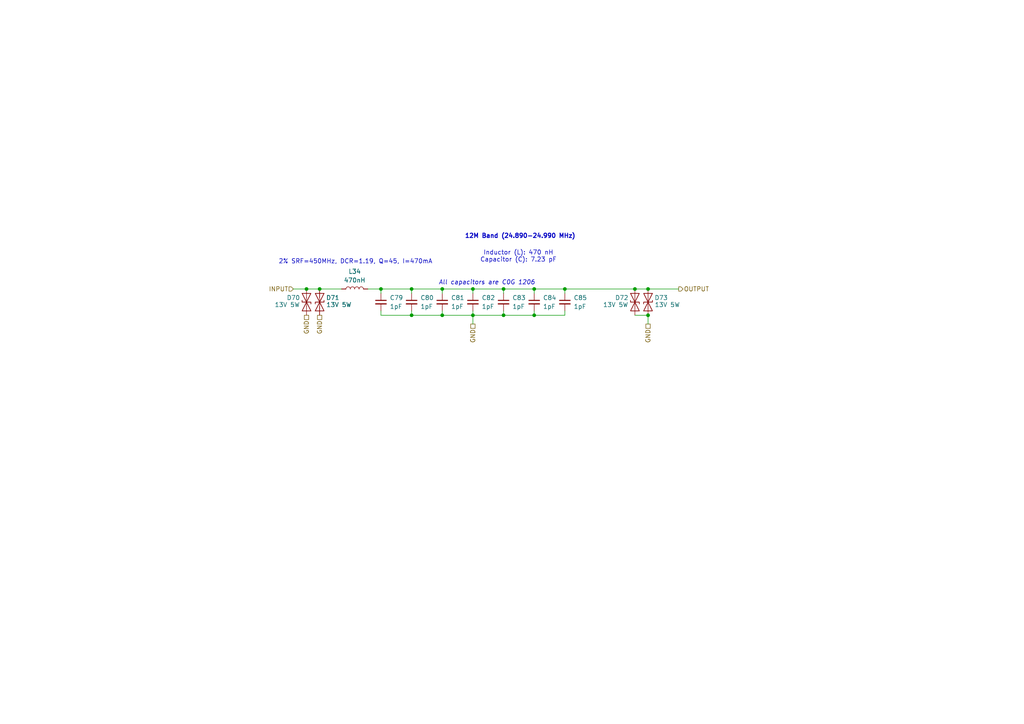
<source format=kicad_sch>
(kicad_sch (version 20231120) (generator "eeschema") (generator_version "8.0")
  (paper "A4")
  (lib_symbols
    (symbol "Device:C_Small" (pin_numbers hide) (pin_names (offset 0.254) hide)
      (property "Reference" "C" (at 0.254 1.778 0))
      (property "Value" "C_Small" (at 0.254 -2.032 0))
      (symbol "C_Small_0_1"
        (polyline (pts (xy -1.524 -0.508) (xy 1.524 -0.508)) (stroke (width 0.3302)))
        (polyline (pts (xy -1.524 0.508) (xy 1.524 0.508)) (stroke (width 0.3048)))
      )
      (symbol "C_Small_1_1"
        (pin passive line (at 0 2.54 270) (length 2.032) (name "~") (number "1"))
        (pin passive line (at 0 -2.54 90) (length 2.032) (name "~") (number "2"))
      )
    )
    (symbol "Device:L" (pin_numbers hide) (pin_names (offset 1.016) hide)
      (property "Reference" "L" (at -1.27 0 90))
      (property "Value" "L" (at 1.905 0 90))
      (symbol "L_0_1"
        (arc (start 0 -2.54) (mid 0.6323 -1.905) (end 0 -1.27))
        (arc (start 0 -1.27) (mid 0.6323 -0.635) (end 0 0))
        (arc (start 0 0) (mid 0.6323 0.635) (end 0 1.27))
        (arc (start 0 1.27) (mid 0.6323 1.905) (end 0 2.54))
      )
      (symbol "L_1_1"
        (pin passive line (at 0 3.81 270) (length 1.27) (name "1") (number "1"))
        (pin passive line (at 0 -3.81 90) (length 1.27) (name "2") (number "2"))
      )
    )
    (symbol "Diode:SD15_SOD323" (pin_numbers hide) (pin_names (offset 1.016) hide)
      (property "Reference" "D" (at 0 2.54 0))
      (property "Value" "SD15_SOD323" (at 0 -2.54 0))
      (symbol "SD15_SOD323_0_1"
        (polyline (pts (xy 1.27 0) (xy -1.27 0)))
        (polyline (pts (xy -2.54 -1.27) (xy 0 0) (xy -2.54 1.27) (xy -2.54 -1.27)) (stroke (width 0.2032)))
        (polyline (pts (xy 0.508 1.27) (xy 0 1.27) (xy 0 -1.27) (xy -0.508 -1.27)) (stroke (width 0.2032)))
        (polyline (pts (xy 2.54 1.27) (xy 2.54 -1.27) (xy 0 0) (xy 2.54 1.27)) (stroke (width 0.2032)))
      )
      (symbol "SD15_SOD323_1_1"
        (pin passive line (at -3.81 0 0) (length 2.54) (name "A1") (number "1"))
        (pin passive line (at 3.81 0 180) (length 2.54) (name "A2") (number "2"))
      )
    )
  )
  (junction (at 88.9 83.82))
  (junction (at 128.27 91.44))
  (junction (at 137.16 83.82))
  (junction (at 146.05 91.44))
  (junction (at 154.94 83.82))
  (junction (at 187.96 91.44))
  (junction (at 146.05 83.82))
  (junction (at 187.96 83.82))
  (junction (at 119.38 83.82))
  (junction (at 110.49 83.82))
  (junction (at 163.83 83.82))
  (junction (at 92.71 83.82))
  (junction (at 184.15 83.82))
  (junction (at 154.94 91.44))
  (junction (at 119.38 91.44))
  (junction (at 128.27 83.82))
  (junction (at 137.16 91.44))
  (wire (pts (xy 137.16 83.82) (xy 146.05 83.82)))
  (wire (pts (xy 119.38 90.17) (xy 119.38 91.44)))
  (wire (pts (xy 110.49 83.82) (xy 110.49 85.09)))
  (wire (pts (xy 187.96 91.44) (xy 187.96 93.98)))
  (wire (pts (xy 128.27 83.82) (xy 128.27 85.09)))
  (wire (pts (xy 163.83 90.17) (xy 163.83 91.44)))
  (wire (pts (xy 137.16 91.44) (xy 137.16 93.98)))
  (wire (pts (xy 137.16 83.82) (xy 137.16 85.09)))
  (wire (pts (xy 163.83 83.82) (xy 163.83 85.09)))
  (wire (pts (xy 163.83 83.82) (xy 184.15 83.82)))
  (wire (pts (xy 106.68 83.82) (xy 110.49 83.82)))
  (wire (pts (xy 88.9 83.82) (xy 92.71 83.82)))
  (wire (pts (xy 146.05 83.82) (xy 154.94 83.82)))
  (wire (pts (xy 146.05 91.44) (xy 154.94 91.44)))
  (wire (pts (xy 119.38 91.44) (xy 128.27 91.44)))
  (wire (pts (xy 184.15 91.44) (xy 187.96 91.44)))
  (wire (pts (xy 184.15 83.82) (xy 187.96 83.82)))
  (wire (pts (xy 85.09 83.82) (xy 88.9 83.82)))
  (wire (pts (xy 128.27 83.82) (xy 137.16 83.82)))
  (wire (pts (xy 137.16 90.17) (xy 137.16 91.44)))
  (wire (pts (xy 110.49 83.82) (xy 119.38 83.82)))
  (wire (pts (xy 154.94 83.82) (xy 163.83 83.82)))
  (wire (pts (xy 146.05 90.17) (xy 146.05 91.44)))
  (wire (pts (xy 110.49 91.44) (xy 119.38 91.44)))
  (wire (pts (xy 119.38 83.82) (xy 128.27 83.82)))
  (wire (pts (xy 154.94 91.44) (xy 163.83 91.44)))
  (wire (pts (xy 154.94 83.82) (xy 154.94 85.09)))
  (wire (pts (xy 128.27 90.17) (xy 128.27 91.44)))
  (wire (pts (xy 146.05 83.82) (xy 146.05 85.09)))
  (wire (pts (xy 110.49 90.17) (xy 110.49 91.44)))
  (wire (pts (xy 187.96 83.82) (xy 196.85 83.82)))
  (wire (pts (xy 92.71 83.82) (xy 99.06 83.82)))
  (wire (pts (xy 128.27 91.44) (xy 137.16 91.44)))
  (wire (pts (xy 154.94 90.17) (xy 154.94 91.44)))
  (wire (pts (xy 137.16 91.44) (xy 146.05 91.44)))
  (wire (pts (xy 119.38 83.82) (xy 119.38 85.09)))
  (text "12M Band (24.890-24.990 MHz)" (at 150.876 68.58 0) (effects (font (size 1.27 1.27) (thickness 0.254) (bold yes))))
  (text "2% SRF=450MHz, DCR=1.19, Q=45, I=470mA" (at 103.124 75.946 0) (effects (font (size 1.27 1.27))))
  (text "All capacitors are C0G 1206" (at 141.224 82.042 0) (effects (font (size 1.27 1.27) (italic yes))))
  (text "Inductor (L): 470 nH\nCapacitor (C): 7.23 pF" (at 150.368 74.422 0) (effects (font (size 1.27 1.27))))
  (hierarchical_label "GND" (shape passive) (at 187.96 93.98 270))
  (hierarchical_label "INPUT" (shape input) (at 85.09 83.82 180))
  (hierarchical_label "GND" (shape passive) (at 137.16 93.98 270))
  (hierarchical_label "OUTPUT" (shape output) (at 196.85 83.82 0))
  (hierarchical_label "GND" (shape passive) (at 88.9 91.44 270))
  (hierarchical_label "GND" (shape passive) (at 92.71 91.44 270))
  (symbol (lib_id "Device:L") (at 102.87 83.82 90) (unit 1)
    (property "Reference" "L34" (at 102.87 78.74 90))
    (property "Value" "470nH" (at 102.87 81.28 90))
    (property "Footprint" "Inductor_SMD:L_1008_2520Metric" (effects (hide yes)))
    (property "Datasheet" "https://wmsc.lcsc.com/wmsc/upload/file/pdf/v2/lcsc/1912111437_PSA-Prosperity-Dielectrics-FEC1008CP-R47G-LRH_C346450.pdf" (effects (hide yes)))
    (property "Description" "470mA 470nH ±2% 1.19Ω 1008 Inductors (SMD) ROHS" (effects (hide yes)))
    (property "LCSC Part #" "C346450" (effects (hide yes)))
    (property "MPN" "FEC1008CP-R47G-LRH" (effects (hide yes)))
    (property "Manufacturer" "Prosperity" (effects (hide yes)))
  )
  (symbol (lib_id "Device:C_Small") (at 119.38 87.63 0) (unit 1)
    (property "Reference" "C80" (at 121.92 86.3662 0) (effects (justify left)))
    (property "Value" "1pF" (at 121.92 88.9062 0) (effects (justify left)))
    (property "Footprint" "Capacitor_SMD:C_1206_3216Metric" (effects (hide yes)))
    (property "Datasheet" "https://wmsc.lcsc.com/wmsc/upload/file/pdf/v2/lcsc/2304140030_FH--Guangdong-Fenghua-Advanced-Tech-1206CG1R0C500NT_C1891.pdf" (effects (hide yes)))
    (property "Description" "Unpolarized capacitor, small symbol" (effects (hide yes)))
    (property "LCSC Part #" "C1891" (effects (hide yes)))
    (property "MPN" "1206CG1R0C500NT" (effects (hide yes)))
    (property "Manufacturer" "Fenghua" (effects (hide yes)))
  )
  (symbol (lib_id "Device:C_Small") (at 146.05 87.63 0) (unit 1)
    (property "Reference" "C83" (at 148.59 86.3662 0) (effects (justify left)))
    (property "Value" "1pF" (at 148.59 88.9062 0) (effects (justify left)))
    (property "Footprint" "Capacitor_SMD:C_1206_3216Metric" (effects (hide yes)))
    (property "Datasheet" "https://wmsc.lcsc.com/wmsc/upload/file/pdf/v2/lcsc/2304140030_FH--Guangdong-Fenghua-Advanced-Tech-1206CG1R0C500NT_C1891.pdf" (effects (hide yes)))
    (property "Description" "Unpolarized capacitor, small symbol" (effects (hide yes)))
    (property "LCSC Part #" "C1891" (effects (hide yes)))
    (property "MPN" "1206CG1R0C500NT" (effects (hide yes)))
    (property "Manufacturer" "Fenghua" (effects (hide yes)))
  )
  (symbol (lib_id "Diode:SD15_SOD323") (at 187.96 87.63 270) (mirror x) (unit 1)
    (property "Reference" "D73" (at 191.77 86.36 90))
    (property "Value" "13V 5W" (at 193.548 88.392 90))
    (property "Footprint" "Diode_SMD:D_0603_1608Metric" (effects (hide yes)))
    (property "Datasheet" "https://wmsc.lcsc.com/wmsc/upload/file/pdf/v2/lcsc/1912111437_DOWO-SMB5350B_C284082.pdf" (effects (hide yes)))
    (property "Description" "Independent Type 5W 13V SMB(DO-214AA) Zener Diodes ROHS" (effects (hide yes)))
    (property "LCSC Part #" "C284082" (effects (hide yes)))
    (property "MPN" "SMB5350B" (effects (hide yes)))
    (property "Manufacturer" "DOWO" (effects (hide yes)))
  )
  (symbol (lib_id "Device:C_Small") (at 163.83 87.63 0) (unit 1)
    (property "Reference" "C85" (at 166.37 86.3662 0) (effects (justify left)))
    (property "Value" "1pF" (at 166.37 88.9062 0) (effects (justify left)))
    (property "Footprint" "Capacitor_SMD:C_1206_3216Metric" (effects (hide yes)))
    (property "Datasheet" "https://wmsc.lcsc.com/wmsc/upload/file/pdf/v2/lcsc/2304140030_FH--Guangdong-Fenghua-Advanced-Tech-1206CG1R0C500NT_C1891.pdf" (effects (hide yes)))
    (property "Description" "Unpolarized capacitor, small symbol" (effects (hide yes)))
    (property "LCSC Part #" "C1891" (effects (hide yes)))
    (property "MPN" "1206CG1R0C500NT" (effects (hide yes)))
    (property "Manufacturer" "Fenghua" (effects (hide yes)))
  )
  (symbol (lib_id "Diode:SD15_SOD323") (at 92.71 87.63 270) (mirror x) (unit 1)
    (property "Reference" "D71" (at 96.52 86.36 90))
    (property "Value" "13V 5W" (at 98.298 88.392 90))
    (property "Footprint" "Diode_SMD:D_0603_1608Metric" (effects (hide yes)))
    (property "Datasheet" "https://wmsc.lcsc.com/wmsc/upload/file/pdf/v2/lcsc/1912111437_DOWO-SMB5350B_C284082.pdf" (effects (hide yes)))
    (property "Description" "Independent Type 5W 13V SMB(DO-214AA) Zener Diodes ROHS" (effects (hide yes)))
    (property "LCSC Part #" "C284082" (effects (hide yes)))
    (property "MPN" "SMB5350B" (effects (hide yes)))
    (property "Manufacturer" "DOWO" (effects (hide yes)))
  )
  (symbol (lib_id "Device:C_Small") (at 154.94 87.63 0) (unit 1)
    (property "Reference" "C84" (at 157.48 86.3662 0) (effects (justify left)))
    (property "Value" "1pF" (at 157.48 88.9062 0) (effects (justify left)))
    (property "Footprint" "Capacitor_SMD:C_1206_3216Metric" (effects (hide yes)))
    (property "Datasheet" "https://wmsc.lcsc.com/wmsc/upload/file/pdf/v2/lcsc/2304140030_FH--Guangdong-Fenghua-Advanced-Tech-1206CG1R0C500NT_C1891.pdf" (effects (hide yes)))
    (property "Description" "Unpolarized capacitor, small symbol" (effects (hide yes)))
    (property "LCSC Part #" "C1891" (effects (hide yes)))
    (property "MPN" "1206CG1R0C500NT" (effects (hide yes)))
    (property "Manufacturer" "Fenghua" (effects (hide yes)))
  )
  (symbol (lib_id "Device:C_Small") (at 137.16 87.63 0) (unit 1)
    (property "Reference" "C82" (at 139.7 86.3662 0) (effects (justify left)))
    (property "Value" "1pF" (at 139.7 88.9062 0) (effects (justify left)))
    (property "Footprint" "Capacitor_SMD:C_1206_3216Metric" (effects (hide yes)))
    (property "Datasheet" "https://wmsc.lcsc.com/wmsc/upload/file/pdf/v2/lcsc/2304140030_FH--Guangdong-Fenghua-Advanced-Tech-1206CG1R0C500NT_C1891.pdf" (effects (hide yes)))
    (property "Description" "Unpolarized capacitor, small symbol" (effects (hide yes)))
    (property "LCSC Part #" "C1891" (effects (hide yes)))
    (property "MPN" "1206CG1R0C500NT" (effects (hide yes)))
    (property "Manufacturer" "Fenghua" (effects (hide yes)))
  )
  (symbol (lib_id "Diode:SD15_SOD323") (at 184.15 87.63 90) (unit 1)
    (property "Reference" "D72" (at 180.34 86.36 90))
    (property "Value" "13V 5W" (at 178.562 88.392 90))
    (property "Footprint" "Diode_SMD:D_0603_1608Metric" (effects (hide yes)))
    (property "Datasheet" "https://wmsc.lcsc.com/wmsc/upload/file/pdf/v2/lcsc/1912111437_DOWO-SMB5350B_C284082.pdf" (effects (hide yes)))
    (property "Description" "Independent Type 5W 13V SMB(DO-214AA) Zener Diodes ROHS" (effects (hide yes)))
    (property "LCSC Part #" "C284082" (effects (hide yes)))
    (property "MPN" "SMB5350B" (effects (hide yes)))
    (property "Manufacturer" "DOWO" (effects (hide yes)))
  )
  (symbol (lib_id "Device:C_Small") (at 110.49 87.63 0) (unit 1)
    (property "Reference" "C79" (at 113.03 86.3662 0) (effects (justify left)))
    (property "Value" "1pF" (at 113.03 88.9062 0) (effects (justify left)))
    (property "Footprint" "Capacitor_SMD:C_1206_3216Metric" (effects (hide yes)))
    (property "Datasheet" "https://wmsc.lcsc.com/wmsc/upload/file/pdf/v2/lcsc/2304140030_FH--Guangdong-Fenghua-Advanced-Tech-1206CG1R0C500NT_C1891.pdf" (effects (hide yes)))
    (property "Description" "Unpolarized capacitor, small symbol" (effects (hide yes)))
    (property "LCSC Part #" "C1891" (effects (hide yes)))
    (property "MPN" "1206CG1R0C500NT" (effects (hide yes)))
    (property "Manufacturer" "Fenghua" (effects (hide yes)))
  )
  (symbol (lib_id "Diode:SD15_SOD323") (at 88.9 87.63 90) (unit 1)
    (property "Reference" "D70" (at 85.09 86.36 90))
    (property "Value" "13V 5W" (at 83.312 88.392 90))
    (property "Footprint" "Diode_SMD:D_0603_1608Metric" (effects (hide yes)))
    (property "Datasheet" "https://wmsc.lcsc.com/wmsc/upload/file/pdf/v2/lcsc/1912111437_DOWO-SMB5350B_C284082.pdf" (effects (hide yes)))
    (property "Description" "Independent Type 5W 13V SMB(DO-214AA) Zener Diodes ROHS" (effects (hide yes)))
    (property "LCSC Part #" "C284082" (effects (hide yes)))
    (property "MPN" "SMB5350B" (effects (hide yes)))
    (property "Manufacturer" "DOWO" (effects (hide yes)))
  )
  (symbol (lib_id "Device:C_Small") (at 128.27 87.63 0) (unit 1)
    (property "Reference" "C81" (at 130.81 86.3662 0) (effects (justify left)))
    (property "Value" "1pF" (at 130.81 88.9062 0) (effects (justify left)))
    (property "Footprint" "Capacitor_SMD:C_1206_3216Metric" (effects (hide yes)))
    (property "Datasheet" "https://wmsc.lcsc.com/wmsc/upload/file/pdf/v2/lcsc/2304140030_FH--Guangdong-Fenghua-Advanced-Tech-1206CG1R0C500NT_C1891.pdf" (effects (hide yes)))
    (property "Description" "Unpolarized capacitor, small symbol" (effects (hide yes)))
    (property "LCSC Part #" "C1891" (effects (hide yes)))
    (property "MPN" "1206CG1R0C500NT" (effects (hide yes)))
    (property "Manufacturer" "Fenghua" (effects (hide yes)))
  )
)
</source>
